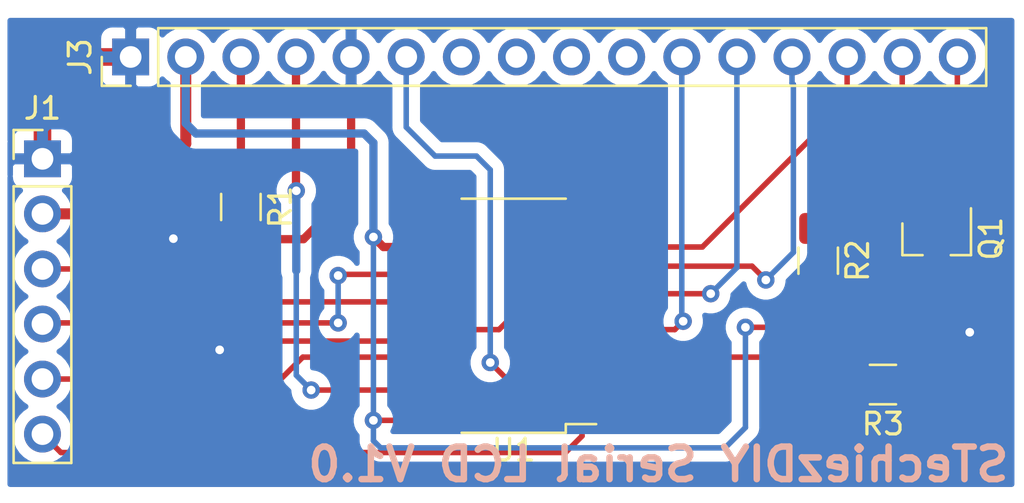
<source format=kicad_pcb>
(kicad_pcb (version 20171130) (host pcbnew "(5.1.6)-1")

  (general
    (thickness 1.6)
    (drawings 5)
    (tracks 134)
    (zones 0)
    (modules 7)
    (nets 23)
  )

  (page A4)
  (layers
    (0 F.Cu signal)
    (31 B.Cu signal)
    (32 B.Adhes user)
    (33 F.Adhes user)
    (34 B.Paste user hide)
    (35 F.Paste user hide)
    (36 B.SilkS user)
    (37 F.SilkS user)
    (38 B.Mask user hide)
    (39 F.Mask user hide)
    (40 Dwgs.User user)
    (41 Cmts.User user)
    (42 Eco1.User user)
    (43 Eco2.User user)
    (44 Edge.Cuts user)
    (45 Margin user hide)
    (46 B.CrtYd user)
    (47 F.CrtYd user)
    (48 B.Fab user)
    (49 F.Fab user)
  )

  (setup
    (last_trace_width 0.25)
    (user_trace_width 0.2)
    (user_trace_width 0.254)
    (user_trace_width 0.381)
    (user_trace_width 0.508)
    (user_trace_width 0.8128)
    (trace_clearance 0.2)
    (zone_clearance 0.508)
    (zone_45_only no)
    (trace_min 0.2)
    (via_size 0.8)
    (via_drill 0.4)
    (via_min_size 0.4)
    (via_min_drill 0.3)
    (uvia_size 0.3)
    (uvia_drill 0.1)
    (uvias_allowed no)
    (uvia_min_size 0.2)
    (uvia_min_drill 0.1)
    (edge_width 0.15)
    (segment_width 0.2)
    (pcb_text_width 0.3)
    (pcb_text_size 1.5 1.5)
    (mod_edge_width 0.15)
    (mod_text_size 1 1)
    (mod_text_width 0.15)
    (pad_size 1.524 1.524)
    (pad_drill 0.762)
    (pad_to_mask_clearance 0.2)
    (aux_axis_origin 0 0)
    (visible_elements 7FFFFFFF)
    (pcbplotparams
      (layerselection 0x01df0_ffffffff)
      (usegerberextensions false)
      (usegerberattributes false)
      (usegerberadvancedattributes false)
      (creategerberjobfile false)
      (excludeedgelayer true)
      (linewidth 0.100000)
      (plotframeref false)
      (viasonmask false)
      (mode 1)
      (useauxorigin false)
      (hpglpennumber 1)
      (hpglpenspeed 20)
      (hpglpendiameter 15.000000)
      (psnegative false)
      (psa4output false)
      (plotreference true)
      (plotvalue true)
      (plotinvisibletext false)
      (padsonsilk false)
      (subtractmaskfromsilk false)
      (outputformat 1)
      (mirror false)
      (drillshape 0)
      (scaleselection 1)
      (outputdirectory "plots_new/"))
  )

  (net 0 "")
  (net 1 GND)
  (net 2 +5V)
  (net 3 "Net-(J1-Pad3)")
  (net 4 "Net-(J1-Pad4)")
  (net 5 "Net-(J1-Pad5)")
  (net 6 "Net-(J3-Pad3)")
  (net 7 "Net-(J3-Pad4)")
  (net 8 "Net-(J3-Pad6)")
  (net 9 "Net-(J3-Pad7)")
  (net 10 "Net-(J3-Pad8)")
  (net 11 "Net-(J3-Pad9)")
  (net 12 "Net-(J3-Pad10)")
  (net 13 "Net-(J3-Pad11)")
  (net 14 "Net-(J3-Pad12)")
  (net 15 "Net-(J3-Pad13)")
  (net 16 "Net-(J3-Pad14)")
  (net 17 "Net-(J3-Pad15)")
  (net 18 "Net-(J3-Pad16)")
  (net 19 "Net-(Q1-Pad2)")
  (net 20 "Net-(U1-Pad9)")
  (net 21 "Net-(J1-Pad6)")
  (net 22 "Net-(R3-Pad2)")

  (net_class Default "This is the default net class."
    (clearance 0.2)
    (trace_width 0.25)
    (via_dia 0.8)
    (via_drill 0.4)
    (uvia_dia 0.3)
    (uvia_drill 0.1)
    (add_net +5V)
    (add_net GND)
    (add_net "Net-(J1-Pad3)")
    (add_net "Net-(J1-Pad4)")
    (add_net "Net-(J1-Pad5)")
    (add_net "Net-(J1-Pad6)")
    (add_net "Net-(J3-Pad10)")
    (add_net "Net-(J3-Pad11)")
    (add_net "Net-(J3-Pad12)")
    (add_net "Net-(J3-Pad13)")
    (add_net "Net-(J3-Pad14)")
    (add_net "Net-(J3-Pad15)")
    (add_net "Net-(J3-Pad16)")
    (add_net "Net-(J3-Pad3)")
    (add_net "Net-(J3-Pad4)")
    (add_net "Net-(J3-Pad6)")
    (add_net "Net-(J3-Pad7)")
    (add_net "Net-(J3-Pad8)")
    (add_net "Net-(J3-Pad9)")
    (add_net "Net-(Q1-Pad2)")
    (add_net "Net-(R3-Pad2)")
    (add_net "Net-(U1-Pad9)")
  )

  (module Connector_PinHeader_2.54mm:PinHeader_1x06_P2.54mm_Vertical (layer F.Cu) (tedit 59FED5CC) (tstamp 5D7F880E)
    (at 129.8575 38.227)
    (descr "Through hole straight pin header, 1x06, 2.54mm pitch, single row")
    (tags "Through hole pin header THT 1x06 2.54mm single row")
    (path /5D6B7D0D)
    (fp_text reference J1 (at 0 -2.33) (layer F.SilkS)
      (effects (font (size 1 1) (thickness 0.15)))
    )
    (fp_text value Conn_01x06 (at 2.2225 6.477 90) (layer F.Fab)
      (effects (font (size 1 1) (thickness 0.15)))
    )
    (fp_line (start -0.635 -1.27) (end 1.27 -1.27) (layer F.Fab) (width 0.1))
    (fp_line (start 1.27 -1.27) (end 1.27 13.97) (layer F.Fab) (width 0.1))
    (fp_line (start 1.27 13.97) (end -1.27 13.97) (layer F.Fab) (width 0.1))
    (fp_line (start -1.27 13.97) (end -1.27 -0.635) (layer F.Fab) (width 0.1))
    (fp_line (start -1.27 -0.635) (end -0.635 -1.27) (layer F.Fab) (width 0.1))
    (fp_line (start -1.33 14.03) (end 1.33 14.03) (layer F.SilkS) (width 0.12))
    (fp_line (start -1.33 1.27) (end -1.33 14.03) (layer F.SilkS) (width 0.12))
    (fp_line (start 1.33 1.27) (end 1.33 14.03) (layer F.SilkS) (width 0.12))
    (fp_line (start -1.33 1.27) (end 1.33 1.27) (layer F.SilkS) (width 0.12))
    (fp_line (start -1.33 0) (end -1.33 -1.33) (layer F.SilkS) (width 0.12))
    (fp_line (start -1.33 -1.33) (end 0 -1.33) (layer F.SilkS) (width 0.12))
    (fp_line (start -1.8 -1.8) (end -1.8 14.5) (layer F.CrtYd) (width 0.05))
    (fp_line (start -1.8 14.5) (end 1.8 14.5) (layer F.CrtYd) (width 0.05))
    (fp_line (start 1.8 14.5) (end 1.8 -1.8) (layer F.CrtYd) (width 0.05))
    (fp_line (start 1.8 -1.8) (end -1.8 -1.8) (layer F.CrtYd) (width 0.05))
    (fp_text user %R (at 0 6.35 90) (layer F.Fab)
      (effects (font (size 1 1) (thickness 0.15)))
    )
    (pad 1 thru_hole rect (at 0 0) (size 1.7 1.7) (drill 1) (layers *.Cu *.Mask)
      (net 1 GND))
    (pad 2 thru_hole oval (at 0 2.54) (size 1.7 1.7) (drill 1) (layers *.Cu *.Mask)
      (net 2 +5V))
    (pad 3 thru_hole oval (at 0 5.08) (size 1.7 1.7) (drill 1) (layers *.Cu *.Mask)
      (net 3 "Net-(J1-Pad3)"))
    (pad 4 thru_hole oval (at 0 7.62) (size 1.7 1.7) (drill 1) (layers *.Cu *.Mask)
      (net 4 "Net-(J1-Pad4)"))
    (pad 5 thru_hole oval (at 0 10.16) (size 1.7 1.7) (drill 1) (layers *.Cu *.Mask)
      (net 5 "Net-(J1-Pad5)"))
    (pad 6 thru_hole oval (at 0 12.7) (size 1.7 1.7) (drill 1) (layers *.Cu *.Mask)
      (net 21 "Net-(J1-Pad6)"))
    (model ${KISYS3DMOD}/Connector_PinHeader_2.54mm.3dshapes/PinHeader_1x06_P2.54mm_Vertical.wrl
      (at (xyz 0 0 0))
      (scale (xyz 1 1 1))
      (rotate (xyz 0 0 0))
    )
  )

  (module Connector_PinHeader_2.54mm:PinHeader_1x16_P2.54mm_Vertical (layer F.Cu) (tedit 59FED5CC) (tstamp 5D7F8832)
    (at 133.9215 33.528 90)
    (descr "Through hole straight pin header, 1x16, 2.54mm pitch, single row")
    (tags "Through hole pin header THT 1x16 2.54mm single row")
    (path /5D3737EF)
    (fp_text reference J3 (at 0 -2.33 90) (layer F.SilkS)
      (effects (font (size 1 1) (thickness 0.15)))
    )
    (fp_text value Conn_01x16 (at -2.032 18.4785 180) (layer F.Fab)
      (effects (font (size 1 1) (thickness 0.15)))
    )
    (fp_line (start -0.635 -1.27) (end 1.27 -1.27) (layer F.Fab) (width 0.1))
    (fp_line (start 1.27 -1.27) (end 1.27 39.37) (layer F.Fab) (width 0.1))
    (fp_line (start 1.27 39.37) (end -1.27 39.37) (layer F.Fab) (width 0.1))
    (fp_line (start -1.27 39.37) (end -1.27 -0.635) (layer F.Fab) (width 0.1))
    (fp_line (start -1.27 -0.635) (end -0.635 -1.27) (layer F.Fab) (width 0.1))
    (fp_line (start -1.33 39.43) (end 1.33 39.43) (layer F.SilkS) (width 0.12))
    (fp_line (start -1.33 1.27) (end -1.33 39.43) (layer F.SilkS) (width 0.12))
    (fp_line (start 1.33 1.27) (end 1.33 39.43) (layer F.SilkS) (width 0.12))
    (fp_line (start -1.33 1.27) (end 1.33 1.27) (layer F.SilkS) (width 0.12))
    (fp_line (start -1.33 0) (end -1.33 -1.33) (layer F.SilkS) (width 0.12))
    (fp_line (start -1.33 -1.33) (end 0 -1.33) (layer F.SilkS) (width 0.12))
    (fp_line (start -1.8 -1.8) (end -1.8 39.9) (layer F.CrtYd) (width 0.05))
    (fp_line (start -1.8 39.9) (end 1.8 39.9) (layer F.CrtYd) (width 0.05))
    (fp_line (start 1.8 39.9) (end 1.8 -1.8) (layer F.CrtYd) (width 0.05))
    (fp_line (start 1.8 -1.8) (end -1.8 -1.8) (layer F.CrtYd) (width 0.05))
    (fp_text user %R (at 0 19.05 180) (layer F.Fab)
      (effects (font (size 1 1) (thickness 0.15)))
    )
    (pad 1 thru_hole rect (at 0 0 90) (size 1.7 1.7) (drill 1) (layers *.Cu *.Mask)
      (net 1 GND))
    (pad 2 thru_hole oval (at 0 2.54 90) (size 1.7 1.7) (drill 1) (layers *.Cu *.Mask)
      (net 2 +5V))
    (pad 3 thru_hole oval (at 0 5.08 90) (size 1.7 1.7) (drill 1) (layers *.Cu *.Mask)
      (net 6 "Net-(J3-Pad3)"))
    (pad 4 thru_hole oval (at 0 7.62 90) (size 1.7 1.7) (drill 1) (layers *.Cu *.Mask)
      (net 7 "Net-(J3-Pad4)"))
    (pad 5 thru_hole oval (at 0 10.16 90) (size 1.7 1.7) (drill 1) (layers *.Cu *.Mask)
      (net 1 GND))
    (pad 6 thru_hole oval (at 0 12.7 90) (size 1.7 1.7) (drill 1) (layers *.Cu *.Mask)
      (net 8 "Net-(J3-Pad6)"))
    (pad 7 thru_hole oval (at 0 15.24 90) (size 1.7 1.7) (drill 1) (layers *.Cu *.Mask)
      (net 9 "Net-(J3-Pad7)"))
    (pad 8 thru_hole oval (at 0 17.78 90) (size 1.7 1.7) (drill 1) (layers *.Cu *.Mask)
      (net 10 "Net-(J3-Pad8)"))
    (pad 9 thru_hole oval (at 0 20.32 90) (size 1.7 1.7) (drill 1) (layers *.Cu *.Mask)
      (net 11 "Net-(J3-Pad9)"))
    (pad 10 thru_hole oval (at 0 22.86 90) (size 1.7 1.7) (drill 1) (layers *.Cu *.Mask)
      (net 12 "Net-(J3-Pad10)"))
    (pad 11 thru_hole oval (at 0 25.4 90) (size 1.7 1.7) (drill 1) (layers *.Cu *.Mask)
      (net 13 "Net-(J3-Pad11)"))
    (pad 12 thru_hole oval (at 0 27.94 90) (size 1.7 1.7) (drill 1) (layers *.Cu *.Mask)
      (net 14 "Net-(J3-Pad12)"))
    (pad 13 thru_hole oval (at 0 30.48 90) (size 1.7 1.7) (drill 1) (layers *.Cu *.Mask)
      (net 15 "Net-(J3-Pad13)"))
    (pad 14 thru_hole oval (at 0 33.02 90) (size 1.7 1.7) (drill 1) (layers *.Cu *.Mask)
      (net 16 "Net-(J3-Pad14)"))
    (pad 15 thru_hole oval (at 0 35.56 90) (size 1.7 1.7) (drill 1) (layers *.Cu *.Mask)
      (net 17 "Net-(J3-Pad15)"))
    (pad 16 thru_hole oval (at 0 38.1 90) (size 1.7 1.7) (drill 1) (layers *.Cu *.Mask)
      (net 18 "Net-(J3-Pad16)"))
    (model ${KISYS3DMOD}/Connector_PinHeader_2.54mm.3dshapes/PinHeader_1x16_P2.54mm_Vertical.wrl
      (at (xyz 0 0 0))
      (scale (xyz 1 1 1))
      (rotate (xyz 0 0 0))
    )
  )

  (module Package_TO_SOT_SMD:SOT-23 (layer F.Cu) (tedit 5A02FF57) (tstamp 5D7F8847)
    (at 171.069 41.91 270)
    (descr "SOT-23, Standard")
    (tags SOT-23)
    (path /5D374255)
    (attr smd)
    (fp_text reference Q1 (at 0 -2.5 270) (layer F.SilkS)
      (effects (font (size 1 1) (thickness 0.15)))
    )
    (fp_text value BC547 (at 0 2.5 270) (layer F.Fab)
      (effects (font (size 1 1) (thickness 0.15)))
    )
    (fp_line (start -0.7 -0.95) (end -0.7 1.5) (layer F.Fab) (width 0.1))
    (fp_line (start -0.15 -1.52) (end 0.7 -1.52) (layer F.Fab) (width 0.1))
    (fp_line (start -0.7 -0.95) (end -0.15 -1.52) (layer F.Fab) (width 0.1))
    (fp_line (start 0.7 -1.52) (end 0.7 1.52) (layer F.Fab) (width 0.1))
    (fp_line (start -0.7 1.52) (end 0.7 1.52) (layer F.Fab) (width 0.1))
    (fp_line (start 0.76 1.58) (end 0.76 0.65) (layer F.SilkS) (width 0.12))
    (fp_line (start 0.76 -1.58) (end 0.76 -0.65) (layer F.SilkS) (width 0.12))
    (fp_line (start -1.7 -1.75) (end 1.7 -1.75) (layer F.CrtYd) (width 0.05))
    (fp_line (start 1.7 -1.75) (end 1.7 1.75) (layer F.CrtYd) (width 0.05))
    (fp_line (start 1.7 1.75) (end -1.7 1.75) (layer F.CrtYd) (width 0.05))
    (fp_line (start -1.7 1.75) (end -1.7 -1.75) (layer F.CrtYd) (width 0.05))
    (fp_line (start 0.76 -1.58) (end -1.4 -1.58) (layer F.SilkS) (width 0.12))
    (fp_line (start 0.76 1.58) (end -0.7 1.58) (layer F.SilkS) (width 0.12))
    (fp_text user %R (at 0 0) (layer F.Fab)
      (effects (font (size 0.5 0.5) (thickness 0.075)))
    )
    (pad 1 smd rect (at -1 -0.95 270) (size 0.9 0.8) (layers F.Cu F.Paste F.Mask)
      (net 18 "Net-(J3-Pad16)"))
    (pad 2 smd rect (at -1 0.95 270) (size 0.9 0.8) (layers F.Cu F.Paste F.Mask)
      (net 19 "Net-(Q1-Pad2)"))
    (pad 3 smd rect (at 1 0 270) (size 0.9 0.8) (layers F.Cu F.Paste F.Mask)
      (net 1 GND))
    (model ${KISYS3DMOD}/Package_TO_SOT_SMD.3dshapes/SOT-23.wrl
      (at (xyz 0 0 0))
      (scale (xyz 1 1 1))
      (rotate (xyz 0 0 0))
    )
  )

  (module Resistor_SMD:R_1206_3216Metric_Pad1.42x1.75mm_HandSolder (layer F.Cu) (tedit 5B301BBD) (tstamp 5D7F8858)
    (at 139.0015 40.4495 270)
    (descr "Resistor SMD 1206 (3216 Metric), square (rectangular) end terminal, IPC_7351 nominal with elongated pad for handsoldering. (Body size source: http://www.tortai-tech.com/upload/download/2011102023233369053.pdf), generated with kicad-footprint-generator")
    (tags "resistor handsolder")
    (path /5D37415A)
    (attr smd)
    (fp_text reference R1 (at 0 -1.82 270) (layer F.SilkS)
      (effects (font (size 1 1) (thickness 0.15)))
    )
    (fp_text value R (at 0 1.82 270) (layer F.Fab)
      (effects (font (size 1 1) (thickness 0.15)))
    )
    (fp_line (start -1.6 0.8) (end -1.6 -0.8) (layer F.Fab) (width 0.1))
    (fp_line (start -1.6 -0.8) (end 1.6 -0.8) (layer F.Fab) (width 0.1))
    (fp_line (start 1.6 -0.8) (end 1.6 0.8) (layer F.Fab) (width 0.1))
    (fp_line (start 1.6 0.8) (end -1.6 0.8) (layer F.Fab) (width 0.1))
    (fp_line (start -0.602064 -0.91) (end 0.602064 -0.91) (layer F.SilkS) (width 0.12))
    (fp_line (start -0.602064 0.91) (end 0.602064 0.91) (layer F.SilkS) (width 0.12))
    (fp_line (start -2.45 1.12) (end -2.45 -1.12) (layer F.CrtYd) (width 0.05))
    (fp_line (start -2.45 -1.12) (end 2.45 -1.12) (layer F.CrtYd) (width 0.05))
    (fp_line (start 2.45 -1.12) (end 2.45 1.12) (layer F.CrtYd) (width 0.05))
    (fp_line (start 2.45 1.12) (end -2.45 1.12) (layer F.CrtYd) (width 0.05))
    (fp_text user %R (at 0 0 270) (layer F.Fab)
      (effects (font (size 0.8 0.8) (thickness 0.12)))
    )
    (pad 1 smd roundrect (at -1.4875 0 270) (size 1.425 1.75) (layers F.Cu F.Paste F.Mask) (roundrect_rratio 0.175439)
      (net 6 "Net-(J3-Pad3)"))
    (pad 2 smd roundrect (at 1.4875 0 270) (size 1.425 1.75) (layers F.Cu F.Paste F.Mask) (roundrect_rratio 0.175439)
      (net 1 GND))
    (model ${KISYS3DMOD}/Resistor_SMD.3dshapes/R_1206_3216Metric.wrl
      (at (xyz 0 0 0))
      (scale (xyz 1 1 1))
      (rotate (xyz 0 0 0))
    )
  )

  (module Resistor_SMD:R_1206_3216Metric_Pad1.42x1.75mm_HandSolder (layer F.Cu) (tedit 5B301BBD) (tstamp 5D7F8869)
    (at 165.608 42.926 270)
    (descr "Resistor SMD 1206 (3216 Metric), square (rectangular) end terminal, IPC_7351 nominal with elongated pad for handsoldering. (Body size source: http://www.tortai-tech.com/upload/download/2011102023233369053.pdf), generated with kicad-footprint-generator")
    (tags "resistor handsolder")
    (path /5D3741E0)
    (attr smd)
    (fp_text reference R2 (at 0 -1.82 270) (layer F.SilkS)
      (effects (font (size 1 1) (thickness 0.15)))
    )
    (fp_text value R (at 0 1.82 270) (layer F.Fab)
      (effects (font (size 1 1) (thickness 0.15)))
    )
    (fp_line (start 2.45 1.12) (end -2.45 1.12) (layer F.CrtYd) (width 0.05))
    (fp_line (start 2.45 -1.12) (end 2.45 1.12) (layer F.CrtYd) (width 0.05))
    (fp_line (start -2.45 -1.12) (end 2.45 -1.12) (layer F.CrtYd) (width 0.05))
    (fp_line (start -2.45 1.12) (end -2.45 -1.12) (layer F.CrtYd) (width 0.05))
    (fp_line (start -0.602064 0.91) (end 0.602064 0.91) (layer F.SilkS) (width 0.12))
    (fp_line (start -0.602064 -0.91) (end 0.602064 -0.91) (layer F.SilkS) (width 0.12))
    (fp_line (start 1.6 0.8) (end -1.6 0.8) (layer F.Fab) (width 0.1))
    (fp_line (start 1.6 -0.8) (end 1.6 0.8) (layer F.Fab) (width 0.1))
    (fp_line (start -1.6 -0.8) (end 1.6 -0.8) (layer F.Fab) (width 0.1))
    (fp_line (start -1.6 0.8) (end -1.6 -0.8) (layer F.Fab) (width 0.1))
    (fp_text user %R (at 0 0 270) (layer F.Fab)
      (effects (font (size 0.8 0.8) (thickness 0.12)))
    )
    (pad 2 smd roundrect (at 1.4875 0 270) (size 1.425 1.75) (layers F.Cu F.Paste F.Mask) (roundrect_rratio 0.175439)
      (net 2 +5V))
    (pad 1 smd roundrect (at -1.4875 0 270) (size 1.425 1.75) (layers F.Cu F.Paste F.Mask) (roundrect_rratio 0.175439)
      (net 17 "Net-(J3-Pad15)"))
    (model ${KISYS3DMOD}/Resistor_SMD.3dshapes/R_1206_3216Metric.wrl
      (at (xyz 0 0 0))
      (scale (xyz 1 1 1))
      (rotate (xyz 0 0 0))
    )
  )

  (module Resistor_SMD:R_1206_3216Metric_Pad1.42x1.75mm_HandSolder (layer F.Cu) (tedit 5B301BBD) (tstamp 5D7F887A)
    (at 168.5925 48.641 180)
    (descr "Resistor SMD 1206 (3216 Metric), square (rectangular) end terminal, IPC_7351 nominal with elongated pad for handsoldering. (Body size source: http://www.tortai-tech.com/upload/download/2011102023233369053.pdf), generated with kicad-footprint-generator")
    (tags "resistor handsolder")
    (path /5D6B8D79)
    (attr smd)
    (fp_text reference R3 (at 0 -1.82 180) (layer F.SilkS)
      (effects (font (size 1 1) (thickness 0.15)))
    )
    (fp_text value R (at 0 1.82 180) (layer F.Fab)
      (effects (font (size 1 1) (thickness 0.15)))
    )
    (fp_line (start -1.6 0.8) (end -1.6 -0.8) (layer F.Fab) (width 0.1))
    (fp_line (start -1.6 -0.8) (end 1.6 -0.8) (layer F.Fab) (width 0.1))
    (fp_line (start 1.6 -0.8) (end 1.6 0.8) (layer F.Fab) (width 0.1))
    (fp_line (start 1.6 0.8) (end -1.6 0.8) (layer F.Fab) (width 0.1))
    (fp_line (start -0.602064 -0.91) (end 0.602064 -0.91) (layer F.SilkS) (width 0.12))
    (fp_line (start -0.602064 0.91) (end 0.602064 0.91) (layer F.SilkS) (width 0.12))
    (fp_line (start -2.45 1.12) (end -2.45 -1.12) (layer F.CrtYd) (width 0.05))
    (fp_line (start -2.45 -1.12) (end 2.45 -1.12) (layer F.CrtYd) (width 0.05))
    (fp_line (start 2.45 -1.12) (end 2.45 1.12) (layer F.CrtYd) (width 0.05))
    (fp_line (start 2.45 1.12) (end -2.45 1.12) (layer F.CrtYd) (width 0.05))
    (fp_text user %R (at 0 0 180) (layer F.Fab)
      (effects (font (size 0.8 0.8) (thickness 0.12)))
    )
    (pad 1 smd roundrect (at -1.4875 0 180) (size 1.425 1.75) (layers F.Cu F.Paste F.Mask) (roundrect_rratio 0.175439)
      (net 19 "Net-(Q1-Pad2)"))
    (pad 2 smd roundrect (at 1.4875 0 180) (size 1.425 1.75) (layers F.Cu F.Paste F.Mask) (roundrect_rratio 0.175439)
      (net 22 "Net-(R3-Pad2)"))
    (model ${KISYS3DMOD}/Resistor_SMD.3dshapes/R_1206_3216Metric.wrl
      (at (xyz 0 0 0))
      (scale (xyz 1 1 1))
      (rotate (xyz 0 0 0))
    )
  )

  (module Package_SO:SOP-16_4.4x10.4mm_P1.27mm (layer F.Cu) (tedit 5A02F25C) (tstamp 5D7F889C)
    (at 151.5745 45.466 180)
    (descr "16-Lead Plastic Small Outline http://www.vishay.com/docs/49633/sg2098.pdf")
    (tags "SOP 1.27")
    (path /5D373735)
    (attr smd)
    (fp_text reference U1 (at 0 -6.2 180) (layer F.SilkS)
      (effects (font (size 1 1) (thickness 0.15)))
    )
    (fp_text value 74HC595 (at 0 6.1 180) (layer F.Fab)
      (effects (font (size 1 1) (thickness 0.15)))
    )
    (fp_line (start -2.2 -4.6) (end -1.6 -5.2) (layer F.Fab) (width 0.1))
    (fp_line (start -2.4 -5.4) (end -2.4 -5) (layer F.SilkS) (width 0.12))
    (fp_line (start -2.4 -5) (end -3.8 -5) (layer F.SilkS) (width 0.12))
    (fp_line (start -1.6 -5.2) (end 2.2 -5.2) (layer F.Fab) (width 0.1))
    (fp_line (start 2.2 -5.2) (end 2.2 5.2) (layer F.Fab) (width 0.1))
    (fp_line (start 2.2 5.2) (end -2.2 5.2) (layer F.Fab) (width 0.1))
    (fp_line (start -2.2 5.2) (end -2.2 -4.6) (layer F.Fab) (width 0.1))
    (fp_line (start -2.4 -5.4) (end 2.4 -5.4) (layer F.SilkS) (width 0.12))
    (fp_line (start -2.4 5.4) (end 2.4 5.4) (layer F.SilkS) (width 0.12))
    (fp_line (start -4.05 -5.45) (end 4.05 -5.45) (layer F.CrtYd) (width 0.05))
    (fp_line (start -4.05 -5.45) (end -4.05 5.45) (layer F.CrtYd) (width 0.05))
    (fp_line (start 4.05 5.45) (end 4.05 -5.45) (layer F.CrtYd) (width 0.05))
    (fp_line (start 4.05 5.45) (end -4.05 5.45) (layer F.CrtYd) (width 0.05))
    (fp_text user %R (at 0 0 180) (layer F.Fab)
      (effects (font (size 0.8 0.8) (thickness 0.15)))
    )
    (pad 1 smd rect (at -3.15 -4.45 180) (size 1.3 0.8) (layers F.Cu F.Paste F.Mask)
      (net 21 "Net-(J1-Pad6)"))
    (pad 2 smd rect (at -3.15 -3.17 180) (size 1.3 0.8) (layers F.Cu F.Paste F.Mask)
      (net 8 "Net-(J3-Pad6)"))
    (pad 3 smd rect (at -3.15 -1.91 180) (size 1.3 0.8) (layers F.Cu F.Paste F.Mask)
      (net 22 "Net-(R3-Pad2)"))
    (pad 4 smd rect (at -3.15 -0.64 180) (size 1.3 0.8) (layers F.Cu F.Paste F.Mask)
      (net 13 "Net-(J3-Pad11)"))
    (pad 5 smd rect (at -3.15 0.64 180) (size 1.3 0.8) (layers F.Cu F.Paste F.Mask)
      (net 14 "Net-(J3-Pad12)"))
    (pad 6 smd rect (at -3.15 1.91 180) (size 1.3 0.8) (layers F.Cu F.Paste F.Mask)
      (net 15 "Net-(J3-Pad13)"))
    (pad 7 smd rect (at -3.15 3.17 180) (size 1.3 0.8) (layers F.Cu F.Paste F.Mask)
      (net 16 "Net-(J3-Pad14)"))
    (pad 8 smd rect (at -3.15 4.45 180) (size 1.3 0.8) (layers F.Cu F.Paste F.Mask)
      (net 1 GND))
    (pad 9 smd rect (at 3.15 4.45 180) (size 1.3 0.8) (layers F.Cu F.Paste F.Mask)
      (net 20 "Net-(U1-Pad9)"))
    (pad 10 smd rect (at 3.15 3.17 180) (size 1.3 0.8) (layers F.Cu F.Paste F.Mask)
      (net 2 +5V))
    (pad 11 smd rect (at 3.15 1.91 180) (size 1.3 0.8) (layers F.Cu F.Paste F.Mask)
      (net 4 "Net-(J1-Pad4)"))
    (pad 12 smd rect (at 3.15 0.64 180) (size 1.3 0.8) (layers F.Cu F.Paste F.Mask)
      (net 3 "Net-(J1-Pad3)"))
    (pad 13 smd rect (at 3.15 -0.64 180) (size 1.3 0.8) (layers F.Cu F.Paste F.Mask)
      (net 1 GND))
    (pad 14 smd rect (at 3.15 -1.91 180) (size 1.3 0.8) (layers F.Cu F.Paste F.Mask)
      (net 5 "Net-(J1-Pad5)"))
    (pad 15 smd rect (at 3.15 -3.17 180) (size 1.3 0.8) (layers F.Cu F.Paste F.Mask)
      (net 7 "Net-(J3-Pad4)"))
    (pad 16 smd rect (at 3.15 -4.45 180) (size 1.3 0.8) (layers F.Cu F.Paste F.Mask)
      (net 2 +5V))
    (model ${KISYS3DMOD}/Package_SO.3dshapes/SOP-16_4.4x10.4mm_P1.27mm.wrl
      (at (xyz 0 0 0))
      (scale (xyz 1 1 1))
      (rotate (xyz 0 0 0))
    )
  )

  (gr_text "STechiezDIY Serial LCD V1.0" (at 158.242 52.324) (layer B.SilkS)
    (effects (font (size 1.5 1.5) (thickness 0.3)) (justify mirror))
  )
  (gr_line (start 128 54.025) (end 128 31) (layer Dwgs.User) (width 0.2))
  (gr_line (start 175 54) (end 128 54.025) (layer Dwgs.User) (width 0.2))
  (gr_line (start 175 31) (end 175 54) (layer Dwgs.User) (width 0.2))
  (gr_line (start 128 31) (end 175 31) (layer Dwgs.User) (width 0.2))

  (segment (start 129.8575 38.227) (end 129.8575 34.6075) (width 0.8128) (layer F.Cu) (net 1))
  (segment (start 130.937 33.528) (end 133.9215 33.528) (width 0.8128) (layer F.Cu) (net 1))
  (segment (start 129.8575 34.6075) (end 130.937 33.528) (width 0.8128) (layer F.Cu) (net 1))
  (via (at 135.89 41.91) (size 0.8) (drill 0.4) (layers F.Cu B.Cu) (net 1))
  (segment (start 139.0015 41.937) (end 135.917 41.937) (width 0.381) (layer F.Cu) (net 1))
  (segment (start 135.917 41.937) (end 135.89 41.91) (width 0.381) (layer F.Cu) (net 1))
  (segment (start 133.9215 39.9415) (end 133.9215 33.528) (width 0.381) (layer B.Cu) (net 1))
  (segment (start 135.89 41.91) (end 133.9215 39.9415) (width 0.381) (layer B.Cu) (net 1))
  (segment (start 139.9765 41.937) (end 139.9781 41.9354) (width 0.381) (layer F.Cu) (net 1))
  (segment (start 139.0015 41.937) (end 139.9765 41.937) (width 0.381) (layer F.Cu) (net 1))
  (segment (start 139.9781 41.9354) (end 141.8844 41.9354) (width 0.381) (layer F.Cu) (net 1))
  (segment (start 144.0815 39.7383) (end 144.0815 33.528) (width 0.381) (layer F.Cu) (net 1))
  (segment (start 141.8844 41.9354) (end 144.0815 39.7383) (width 0.381) (layer F.Cu) (net 1))
  (segment (start 148.4245 46.106) (end 150.8964 46.106) (width 0.254) (layer F.Cu) (net 1))
  (segment (start 150.8964 46.106) (end 152.2476 44.7548) (width 0.254) (layer F.Cu) (net 1))
  (segment (start 152.2476 44.7548) (end 152.2476 41.9862) (width 0.254) (layer F.Cu) (net 1))
  (segment (start 153.2178 41.016) (end 154.7245 41.016) (width 0.254) (layer F.Cu) (net 1))
  (segment (start 152.2476 41.9862) (end 153.2178 41.016) (width 0.254) (layer F.Cu) (net 1))
  (segment (start 147.5205 46.106) (end 146.9921 46.6344) (width 0.254) (layer F.Cu) (net 1))
  (segment (start 148.4245 46.106) (end 147.5205 46.106) (width 0.254) (layer F.Cu) (net 1))
  (via (at 138.0236 47.0408) (size 0.8) (drill 0.4) (layers F.Cu B.Cu) (net 1))
  (segment (start 146.9921 46.6344) (end 138.43 46.6344) (width 0.254) (layer F.Cu) (net 1))
  (segment (start 138.43 46.6344) (end 138.0236 47.0408) (width 0.254) (layer F.Cu) (net 1))
  (segment (start 135.89 44.9072) (end 135.89 41.91) (width 0.254) (layer B.Cu) (net 1))
  (segment (start 138.0236 47.0408) (end 135.89 44.9072) (width 0.254) (layer B.Cu) (net 1))
  (segment (start 138.0236 47.606485) (end 138.049 47.631885) (width 0.254) (layer B.Cu) (net 1))
  (segment (start 138.0236 47.0408) (end 138.0236 47.606485) (width 0.254) (layer B.Cu) (net 1))
  (segment (start 138.049 47.631885) (end 138.049 51.9938) (width 0.254) (layer B.Cu) (net 1))
  (segment (start 138.049 51.9938) (end 138.7094 52.6542) (width 0.254) (layer B.Cu) (net 1))
  (segment (start 138.7094 52.6542) (end 170.7896 52.6542) (width 0.254) (layer B.Cu) (net 1))
  (via (at 172.593 46.228) (size 0.8) (drill 0.4) (layers F.Cu B.Cu) (net 1))
  (segment (start 170.7896 52.6542) (end 172.593 50.8508) (width 0.254) (layer B.Cu) (net 1))
  (segment (start 172.593 50.8508) (end 172.593 46.228) (width 0.254) (layer B.Cu) (net 1))
  (segment (start 171.069 44.704) (end 171.069 42.91) (width 0.254) (layer F.Cu) (net 1))
  (segment (start 172.593 46.228) (end 171.069 44.704) (width 0.254) (layer F.Cu) (net 1))
  (segment (start 129.8575 40.767) (end 133.223 40.767) (width 0.508) (layer F.Cu) (net 2))
  (segment (start 136.4615 37.5285) (end 136.4615 33.528) (width 0.508) (layer F.Cu) (net 2))
  (segment (start 133.223 40.767) (end 136.4615 37.5285) (width 0.508) (layer F.Cu) (net 2))
  (segment (start 136.4615 33.528) (end 136.4615 36.5887) (width 0.381) (layer B.Cu) (net 2))
  (segment (start 136.4615 36.5887) (end 136.9314 37.0586) (width 0.381) (layer B.Cu) (net 2))
  (segment (start 136.9314 37.0586) (end 144.6784 37.0586) (width 0.381) (layer B.Cu) (net 2))
  (via (at 145.1102 41.8338) (size 0.8) (drill 0.4) (layers F.Cu B.Cu) (net 2))
  (segment (start 144.6784 37.0586) (end 145.1102 37.4904) (width 0.381) (layer B.Cu) (net 2))
  (segment (start 145.1102 37.4904) (end 145.1102 41.8338) (width 0.381) (layer B.Cu) (net 2))
  (segment (start 145.5724 42.296) (end 148.4245 42.296) (width 0.381) (layer F.Cu) (net 2))
  (segment (start 145.1102 41.8338) (end 145.5724 42.296) (width 0.381) (layer F.Cu) (net 2))
  (via (at 145.1102 50.292) (size 0.8) (drill 0.4) (layers F.Cu B.Cu) (net 2))
  (segment (start 145.1102 41.8338) (end 145.1102 50.292) (width 0.254) (layer B.Cu) (net 2))
  (segment (start 148.0485 50.292) (end 148.4245 49.916) (width 0.254) (layer F.Cu) (net 2))
  (segment (start 145.1102 50.292) (end 148.0485 50.292) (width 0.254) (layer F.Cu) (net 2))
  (segment (start 165.608 44.4135) (end 165.608 45.6692) (width 0.254) (layer F.Cu) (net 2))
  (via (at 162.2552 45.9994) (size 0.8) (drill 0.4) (layers F.Cu B.Cu) (net 2))
  (segment (start 165.608 45.6692) (end 165.2778 45.9994) (width 0.254) (layer F.Cu) (net 2))
  (segment (start 165.2778 45.9994) (end 162.2552 45.9994) (width 0.254) (layer F.Cu) (net 2))
  (segment (start 162.2552 45.9994) (end 162.2552 50.6222) (width 0.254) (layer B.Cu) (net 2))
  (segment (start 162.2552 50.6222) (end 161.3154 51.562) (width 0.254) (layer B.Cu) (net 2))
  (segment (start 161.3154 51.562) (end 145.4404 51.562) (width 0.254) (layer B.Cu) (net 2))
  (segment (start 145.1102 51.2318) (end 145.1102 50.292) (width 0.254) (layer B.Cu) (net 2))
  (segment (start 145.4404 51.562) (end 145.1102 51.2318) (width 0.254) (layer B.Cu) (net 2))
  (segment (start 129.8575 43.307) (end 133.6548 43.307) (width 0.254) (layer F.Cu) (net 3))
  (segment (start 135.8088 44.826) (end 148.4245 44.826) (width 0.254) (layer F.Cu) (net 3))
  (segment (start 133.6548 43.307) (end 134.2898 43.307) (width 0.254) (layer F.Cu) (net 3))
  (segment (start 134.2898 43.307) (end 135.8088 44.826) (width 0.254) (layer F.Cu) (net 3))
  (via (at 143.4846 43.6118) (size 0.8) (drill 0.4) (layers F.Cu B.Cu) (net 4))
  (segment (start 148.4245 43.556) (end 143.5404 43.556) (width 0.254) (layer F.Cu) (net 4))
  (segment (start 143.5404 43.556) (end 143.4846 43.6118) (width 0.254) (layer F.Cu) (net 4))
  (via (at 143.4846 45.7962) (size 0.8) (drill 0.4) (layers F.Cu B.Cu) (net 4))
  (segment (start 143.4846 43.6118) (end 143.4846 45.7962) (width 0.254) (layer B.Cu) (net 4))
  (segment (start 129.9083 45.7962) (end 129.8575 45.847) (width 0.254) (layer F.Cu) (net 4))
  (segment (start 143.4846 45.7962) (end 129.9083 45.7962) (width 0.254) (layer F.Cu) (net 4))
  (segment (start 129.8575 48.387) (end 140.843 48.387) (width 0.254) (layer F.Cu) (net 5))
  (segment (start 141.854 47.376) (end 148.4245 47.376) (width 0.254) (layer F.Cu) (net 5))
  (segment (start 140.843 48.387) (end 141.854 47.376) (width 0.254) (layer F.Cu) (net 5))
  (segment (start 139.0015 33.528) (end 139.0015 38.962) (width 0.381) (layer F.Cu) (net 6))
  (via (at 142.24 48.895) (size 0.8) (drill 0.4) (layers F.Cu B.Cu) (net 7))
  (segment (start 141.605 48.26) (end 142.24 48.895) (width 0.254) (layer B.Cu) (net 7))
  (segment (start 142.24 48.895) (end 146.685 48.895) (width 0.254) (layer F.Cu) (net 7))
  (segment (start 146.944 48.636) (end 148.4245 48.636) (width 0.254) (layer F.Cu) (net 7))
  (segment (start 146.685 48.895) (end 146.944 48.636) (width 0.254) (layer F.Cu) (net 7))
  (via (at 141.5542 39.7002) (size 0.8) (drill 0.4) (layers F.Cu B.Cu) (net 7))
  (segment (start 141.5415 33.528) (end 141.5415 39.6875) (width 0.381) (layer F.Cu) (net 7))
  (segment (start 141.5415 39.6875) (end 141.5542 39.7002) (width 0.381) (layer F.Cu) (net 7))
  (segment (start 141.5542 39.7002) (end 141.5542 43.3832) (width 0.381) (layer B.Cu) (net 7))
  (segment (start 141.5542 48.2092) (end 142.24 48.895) (width 0.254) (layer B.Cu) (net 7))
  (segment (start 141.5542 43.3832) (end 141.5542 48.2092) (width 0.254) (layer B.Cu) (net 7))
  (segment (start 146.6215 33.528) (end 146.6215 36.7665) (width 0.254) (layer B.Cu) (net 8))
  (segment (start 146.6215 36.7665) (end 147.955 38.1) (width 0.254) (layer B.Cu) (net 8))
  (segment (start 147.955 38.1) (end 149.86 38.1) (width 0.254) (layer B.Cu) (net 8))
  (via (at 150.495 47.625) (size 0.8) (drill 0.4) (layers F.Cu B.Cu) (net 8))
  (segment (start 149.86 38.1) (end 150.495 38.735) (width 0.254) (layer B.Cu) (net 8))
  (segment (start 150.495 38.735) (end 150.495 47.625) (width 0.254) (layer B.Cu) (net 8))
  (segment (start 151.506 48.636) (end 154.7245 48.636) (width 0.254) (layer F.Cu) (net 8))
  (segment (start 150.495 47.625) (end 151.506 48.636) (width 0.254) (layer F.Cu) (net 8))
  (via (at 159.385 45.72) (size 0.8) (drill 0.4) (layers F.Cu B.Cu) (net 13))
  (segment (start 159.3215 33.528) (end 159.3215 45.6565) (width 0.254) (layer B.Cu) (net 13))
  (segment (start 159.3215 45.6565) (end 159.385 45.72) (width 0.254) (layer B.Cu) (net 13))
  (segment (start 158.999 46.106) (end 159.385 45.72) (width 0.254) (layer F.Cu) (net 13))
  (segment (start 154.7245 46.106) (end 158.999 46.106) (width 0.254) (layer F.Cu) (net 13))
  (segment (start 154.7245 44.826) (end 156.586 44.826) (width 0.254) (layer F.Cu) (net 14))
  (via (at 160.655 44.45) (size 0.8) (drill 0.4) (layers F.Cu B.Cu) (net 14))
  (segment (start 156.586 44.826) (end 156.962 44.45) (width 0.254) (layer F.Cu) (net 14))
  (segment (start 156.962 44.45) (end 160.655 44.45) (width 0.254) (layer F.Cu) (net 14))
  (segment (start 161.8615 43.2435) (end 161.8615 33.528) (width 0.254) (layer B.Cu) (net 14))
  (segment (start 160.655 44.45) (end 161.8615 43.2435) (width 0.254) (layer B.Cu) (net 14))
  (segment (start 164.4015 34.730081) (end 164.465 34.793581) (width 0.254) (layer B.Cu) (net 15))
  (segment (start 164.4015 33.528) (end 164.4015 34.730081) (width 0.254) (layer B.Cu) (net 15))
  (segment (start 164.465 34.793581) (end 164.465 42.545) (width 0.254) (layer B.Cu) (net 15))
  (via (at 163.195 43.815) (size 0.8) (drill 0.4) (layers F.Cu B.Cu) (net 15))
  (segment (start 164.465 42.545) (end 163.195 43.815) (width 0.254) (layer B.Cu) (net 15))
  (segment (start 163.195 43.815) (end 162.56 43.18) (width 0.254) (layer F.Cu) (net 15))
  (segment (start 162.56 43.18) (end 156.21 43.18) (width 0.254) (layer F.Cu) (net 15))
  (segment (start 155.834 43.556) (end 154.7245 43.556) (width 0.254) (layer F.Cu) (net 15))
  (segment (start 156.21 43.18) (end 155.834 43.556) (width 0.254) (layer F.Cu) (net 15))
  (segment (start 166.9415 35.6235) (end 166.9415 33.528) (width 0.254) (layer F.Cu) (net 16))
  (segment (start 154.7245 42.296) (end 160.269 42.296) (width 0.254) (layer F.Cu) (net 16))
  (segment (start 160.269 42.296) (end 166.9415 35.6235) (width 0.254) (layer F.Cu) (net 16))
  (segment (start 165.608 41.4385) (end 165.608 39.497) (width 0.254) (layer F.Cu) (net 17))
  (segment (start 165.608 39.497) (end 167.005 38.1) (width 0.254) (layer F.Cu) (net 17))
  (segment (start 167.005 38.1) (end 168.91 38.1) (width 0.254) (layer F.Cu) (net 17))
  (segment (start 169.4815 37.5285) (end 169.4815 33.528) (width 0.254) (layer F.Cu) (net 17))
  (segment (start 168.91 38.1) (end 169.4815 37.5285) (width 0.254) (layer F.Cu) (net 17))
  (segment (start 172.0215 40.9075) (end 172.019 40.91) (width 0.254) (layer F.Cu) (net 18))
  (segment (start 172.0215 33.528) (end 172.0215 40.9075) (width 0.254) (layer F.Cu) (net 18))
  (segment (start 170.119 40.91) (end 169.91 40.91) (width 0.254) (layer F.Cu) (net 19))
  (segment (start 169.91 40.91) (end 168.91 41.91) (width 0.254) (layer F.Cu) (net 19))
  (segment (start 168.91 41.91) (end 168.91 46.355) (width 0.254) (layer F.Cu) (net 19))
  (segment (start 170.08 47.525) (end 170.08 48.641) (width 0.254) (layer F.Cu) (net 19))
  (segment (start 168.91 46.355) (end 170.08 47.525) (width 0.254) (layer F.Cu) (net 19))
  (segment (start 130.707499 51.776999) (end 153.963001 51.776999) (width 0.254) (layer F.Cu) (net 21))
  (segment (start 129.8575 50.927) (end 130.707499 51.776999) (width 0.254) (layer F.Cu) (net 21))
  (segment (start 154.7245 51.0155) (end 154.7245 49.916) (width 0.254) (layer F.Cu) (net 21))
  (segment (start 153.963001 51.776999) (end 154.7245 51.0155) (width 0.254) (layer F.Cu) (net 21))
  (segment (start 165.84 47.376) (end 167.105 48.641) (width 0.254) (layer F.Cu) (net 22))
  (segment (start 154.7245 47.376) (end 165.84 47.376) (width 0.254) (layer F.Cu) (net 22))

  (zone (net 1) (net_name GND) (layer B.Cu) (tstamp 5F864536) (hatch edge 0.508)
    (connect_pads (clearance 0.508))
    (min_thickness 0.254)
    (fill yes (arc_segments 32) (thermal_gap 0.508) (thermal_bridge_width 0.508))
    (polygon
      (pts
        (xy 174.752 53.594) (xy 128.016 53.594) (xy 128.016 31.496) (xy 174.752 31.496)
      )
    )
    (filled_polygon
      (pts
        (xy 174.525001 53.24) (xy 128.37 53.24) (xy 128.37 39.082808) (xy 128.381688 39.201482) (xy 128.417998 39.32118)
        (xy 128.476963 39.431494) (xy 128.556315 39.528185) (xy 128.653006 39.607537) (xy 128.76332 39.666502) (xy 128.83588 39.688513)
        (xy 128.704025 39.820368) (xy 128.54151 40.063589) (xy 128.429568 40.333842) (xy 128.3725 40.62074) (xy 128.3725 40.91326)
        (xy 128.429568 41.200158) (xy 128.54151 41.470411) (xy 128.704025 41.713632) (xy 128.910868 41.920475) (xy 129.08526 42.037)
        (xy 128.910868 42.153525) (xy 128.704025 42.360368) (xy 128.54151 42.603589) (xy 128.429568 42.873842) (xy 128.3725 43.16074)
        (xy 128.3725 43.45326) (xy 128.429568 43.740158) (xy 128.54151 44.010411) (xy 128.704025 44.253632) (xy 128.910868 44.460475)
        (xy 129.08526 44.577) (xy 128.910868 44.693525) (xy 128.704025 44.900368) (xy 128.54151 45.143589) (xy 128.429568 45.413842)
        (xy 128.3725 45.70074) (xy 128.3725 45.99326) (xy 128.429568 46.280158) (xy 128.54151 46.550411) (xy 128.704025 46.793632)
        (xy 128.910868 47.000475) (xy 129.08526 47.117) (xy 128.910868 47.233525) (xy 128.704025 47.440368) (xy 128.54151 47.683589)
        (xy 128.429568 47.953842) (xy 128.3725 48.24074) (xy 128.3725 48.53326) (xy 128.429568 48.820158) (xy 128.54151 49.090411)
        (xy 128.704025 49.333632) (xy 128.910868 49.540475) (xy 129.08526 49.657) (xy 128.910868 49.773525) (xy 128.704025 49.980368)
        (xy 128.54151 50.223589) (xy 128.429568 50.493842) (xy 128.3725 50.78074) (xy 128.3725 51.07326) (xy 128.429568 51.360158)
        (xy 128.54151 51.630411) (xy 128.704025 51.873632) (xy 128.910868 52.080475) (xy 129.154089 52.24299) (xy 129.424342 52.354932)
        (xy 129.71124 52.412) (xy 130.00376 52.412) (xy 130.290658 52.354932) (xy 130.560911 52.24299) (xy 130.804132 52.080475)
        (xy 131.010975 51.873632) (xy 131.17349 51.630411) (xy 131.285432 51.360158) (xy 131.3425 51.07326) (xy 131.3425 50.78074)
        (xy 131.285432 50.493842) (xy 131.17349 50.223589) (xy 131.010975 49.980368) (xy 130.804132 49.773525) (xy 130.62974 49.657)
        (xy 130.804132 49.540475) (xy 131.010975 49.333632) (xy 131.17349 49.090411) (xy 131.285432 48.820158) (xy 131.3425 48.53326)
        (xy 131.3425 48.24074) (xy 131.285432 47.953842) (xy 131.17349 47.683589) (xy 131.010975 47.440368) (xy 130.804132 47.233525)
        (xy 130.62974 47.117) (xy 130.804132 47.000475) (xy 131.010975 46.793632) (xy 131.17349 46.550411) (xy 131.285432 46.280158)
        (xy 131.3425 45.99326) (xy 131.3425 45.70074) (xy 131.285432 45.413842) (xy 131.17349 45.143589) (xy 131.010975 44.900368)
        (xy 130.804132 44.693525) (xy 130.62974 44.577) (xy 130.804132 44.460475) (xy 131.010975 44.253632) (xy 131.17349 44.010411)
        (xy 131.285432 43.740158) (xy 131.3425 43.45326) (xy 131.3425 43.16074) (xy 131.285432 42.873842) (xy 131.17349 42.603589)
        (xy 131.010975 42.360368) (xy 130.804132 42.153525) (xy 130.62974 42.037) (xy 130.804132 41.920475) (xy 131.010975 41.713632)
        (xy 131.17349 41.470411) (xy 131.285432 41.200158) (xy 131.3425 40.91326) (xy 131.3425 40.62074) (xy 131.285432 40.333842)
        (xy 131.17349 40.063589) (xy 131.010975 39.820368) (xy 130.87912 39.688513) (xy 130.95168 39.666502) (xy 131.061994 39.607537)
        (xy 131.073296 39.598261) (xy 140.5192 39.598261) (xy 140.5192 39.802139) (xy 140.558974 40.002098) (xy 140.636995 40.190456)
        (xy 140.7287 40.327703) (xy 140.728701 43.423753) (xy 140.740645 43.545026) (xy 140.787848 43.700634) (xy 140.7922 43.708776)
        (xy 140.792201 48.171767) (xy 140.788514 48.2092) (xy 140.803227 48.358578) (xy 140.846799 48.502215) (xy 140.917555 48.634592)
        (xy 140.959246 48.685392) (xy 141.012779 48.750622) (xy 141.041849 48.774479) (xy 141.205 48.93763) (xy 141.205 48.996939)
        (xy 141.244774 49.196898) (xy 141.322795 49.385256) (xy 141.436063 49.554774) (xy 141.580226 49.698937) (xy 141.749744 49.812205)
        (xy 141.938102 49.890226) (xy 142.138061 49.93) (xy 142.341939 49.93) (xy 142.541898 49.890226) (xy 142.730256 49.812205)
        (xy 142.899774 49.698937) (xy 143.043937 49.554774) (xy 143.157205 49.385256) (xy 143.235226 49.196898) (xy 143.275 48.996939)
        (xy 143.275 48.793061) (xy 143.235226 48.593102) (xy 143.157205 48.404744) (xy 143.043937 48.235226) (xy 142.899774 48.091063)
        (xy 142.730256 47.977795) (xy 142.541898 47.899774) (xy 142.341939 47.86) (xy 142.3162 47.86) (xy 142.3162 43.708778)
        (xy 142.320553 43.700634) (xy 142.367756 43.545026) (xy 142.3797 43.423753) (xy 142.3797 40.327703) (xy 142.471405 40.190456)
        (xy 142.549426 40.002098) (xy 142.5892 39.802139) (xy 142.5892 39.598261) (xy 142.549426 39.398302) (xy 142.471405 39.209944)
        (xy 142.358137 39.040426) (xy 142.213974 38.896263) (xy 142.044456 38.782995) (xy 141.856098 38.704974) (xy 141.656139 38.6652)
        (xy 141.452261 38.6652) (xy 141.252302 38.704974) (xy 141.063944 38.782995) (xy 140.894426 38.896263) (xy 140.750263 39.040426)
        (xy 140.636995 39.209944) (xy 140.558974 39.398302) (xy 140.5192 39.598261) (xy 131.073296 39.598261) (xy 131.158685 39.528185)
        (xy 131.238037 39.431494) (xy 131.297002 39.32118) (xy 131.333312 39.201482) (xy 131.345572 39.077) (xy 131.3425 38.51275)
        (xy 131.18375 38.354) (xy 129.9845 38.354) (xy 129.9845 38.374) (xy 129.7305 38.374) (xy 129.7305 38.354)
        (xy 128.53125 38.354) (xy 128.3725 38.51275) (xy 128.37 38.971938) (xy 128.37 37.482062) (xy 128.3725 37.94125)
        (xy 128.53125 38.1) (xy 129.7305 38.1) (xy 129.7305 36.90075) (xy 129.9845 36.90075) (xy 129.9845 38.1)
        (xy 131.18375 38.1) (xy 131.3425 37.94125) (xy 131.345572 37.377) (xy 131.333312 37.252518) (xy 131.297002 37.13282)
        (xy 131.238037 37.022506) (xy 131.158685 36.925815) (xy 131.061994 36.846463) (xy 130.95168 36.787498) (xy 130.831982 36.751188)
        (xy 130.7075 36.738928) (xy 130.14325 36.742) (xy 129.9845 36.90075) (xy 129.7305 36.90075) (xy 129.57175 36.742)
        (xy 129.0075 36.738928) (xy 128.883018 36.751188) (xy 128.76332 36.787498) (xy 128.653006 36.846463) (xy 128.556315 36.925815)
        (xy 128.476963 37.022506) (xy 128.417998 37.13282) (xy 128.381688 37.252518) (xy 128.37 37.371192) (xy 128.37 34.378)
        (xy 132.433428 34.378) (xy 132.445688 34.502482) (xy 132.481998 34.62218) (xy 132.540963 34.732494) (xy 132.620315 34.829185)
        (xy 132.717006 34.908537) (xy 132.82732 34.967502) (xy 132.947018 35.003812) (xy 133.0715 35.016072) (xy 133.63575 35.013)
        (xy 133.7945 34.85425) (xy 133.7945 33.655) (xy 132.59525 33.655) (xy 132.4365 33.81375) (xy 132.433428 34.378)
        (xy 128.37 34.378) (xy 128.37 32.678) (xy 132.433428 32.678) (xy 132.4365 33.24225) (xy 132.59525 33.401)
        (xy 133.7945 33.401) (xy 133.7945 32.20175) (xy 134.0485 32.20175) (xy 134.0485 33.401) (xy 134.0685 33.401)
        (xy 134.0685 33.655) (xy 134.0485 33.655) (xy 134.0485 34.85425) (xy 134.20725 35.013) (xy 134.7715 35.016072)
        (xy 134.895982 35.003812) (xy 135.01568 34.967502) (xy 135.125994 34.908537) (xy 135.222685 34.829185) (xy 135.302037 34.732494)
        (xy 135.361002 34.62218) (xy 135.383013 34.54962) (xy 135.514868 34.681475) (xy 135.636 34.762413) (xy 135.636001 36.54814)
        (xy 135.632006 36.5887) (xy 135.647945 36.750526) (xy 135.695147 36.906133) (xy 135.771801 37.049542) (xy 135.833363 37.124554)
        (xy 135.87496 37.175241) (xy 135.906461 37.201093) (xy 136.319002 37.613634) (xy 136.344859 37.645141) (xy 136.433327 37.717745)
        (xy 136.470557 37.748299) (xy 136.581937 37.807833) (xy 136.613966 37.824953) (xy 136.769574 37.872156) (xy 136.890847 37.8841)
        (xy 136.890849 37.8841) (xy 136.9314 37.888094) (xy 136.97195 37.8841) (xy 144.2847 37.8841) (xy 144.284701 41.206296)
        (xy 144.192995 41.343544) (xy 144.114974 41.531902) (xy 144.0752 41.731861) (xy 144.0752 41.935739) (xy 144.114974 42.135698)
        (xy 144.192995 42.324056) (xy 144.306263 42.493574) (xy 144.3482 42.535511) (xy 144.3482 43.041318) (xy 144.288537 42.952026)
        (xy 144.144374 42.807863) (xy 143.974856 42.694595) (xy 143.786498 42.616574) (xy 143.586539 42.5768) (xy 143.382661 42.5768)
        (xy 143.182702 42.616574) (xy 142.994344 42.694595) (xy 142.824826 42.807863) (xy 142.680663 42.952026) (xy 142.567395 43.121544)
        (xy 142.489374 43.309902) (xy 142.4496 43.509861) (xy 142.4496 43.713739) (xy 142.489374 43.913698) (xy 142.567395 44.102056)
        (xy 142.680663 44.271574) (xy 142.7226 44.313511) (xy 142.722601 45.094488) (xy 142.680663 45.136426) (xy 142.567395 45.305944)
        (xy 142.489374 45.494302) (xy 142.4496 45.694261) (xy 142.4496 45.898139) (xy 142.489374 46.098098) (xy 142.567395 46.286456)
        (xy 142.680663 46.455974) (xy 142.824826 46.600137) (xy 142.994344 46.713405) (xy 143.182702 46.791426) (xy 143.382661 46.8312)
        (xy 143.586539 46.8312) (xy 143.786498 46.791426) (xy 143.974856 46.713405) (xy 144.144374 46.600137) (xy 144.288537 46.455974)
        (xy 144.348201 46.366681) (xy 144.348201 49.590288) (xy 144.306263 49.632226) (xy 144.192995 49.801744) (xy 144.114974 49.990102)
        (xy 144.0752 50.190061) (xy 144.0752 50.393939) (xy 144.114974 50.593898) (xy 144.192995 50.782256) (xy 144.306263 50.951774)
        (xy 144.3482 50.993711) (xy 144.3482 51.194376) (xy 144.344514 51.2318) (xy 144.3482 51.269223) (xy 144.3482 51.269225)
        (xy 144.359226 51.381177) (xy 144.402798 51.524814) (xy 144.435735 51.586435) (xy 144.473555 51.657192) (xy 144.513183 51.705478)
        (xy 144.568778 51.773222) (xy 144.597854 51.797084) (xy 144.875116 52.074346) (xy 144.898978 52.103422) (xy 145.015008 52.198645)
        (xy 145.147385 52.269402) (xy 145.291022 52.312974) (xy 145.402974 52.324) (xy 145.402976 52.324) (xy 145.440399 52.327686)
        (xy 145.477822 52.324) (xy 161.277977 52.324) (xy 161.3154 52.327686) (xy 161.352823 52.324) (xy 161.352826 52.324)
        (xy 161.464778 52.312974) (xy 161.608415 52.269402) (xy 161.740792 52.198645) (xy 161.856822 52.103422) (xy 161.880684 52.074346)
        (xy 162.767551 51.187479) (xy 162.796622 51.163622) (xy 162.823972 51.130296) (xy 162.891845 51.047593) (xy 162.943061 50.951774)
        (xy 162.962602 50.915215) (xy 163.006174 50.771578) (xy 163.0172 50.659626) (xy 163.0172 50.659623) (xy 163.020886 50.6222)
        (xy 163.0172 50.584777) (xy 163.0172 46.701111) (xy 163.059137 46.659174) (xy 163.172405 46.489656) (xy 163.250426 46.301298)
        (xy 163.2902 46.101339) (xy 163.2902 45.897461) (xy 163.250426 45.697502) (xy 163.172405 45.509144) (xy 163.059137 45.339626)
        (xy 162.914974 45.195463) (xy 162.745456 45.082195) (xy 162.557098 45.004174) (xy 162.357139 44.9644) (xy 162.153261 44.9644)
        (xy 161.953302 45.004174) (xy 161.764944 45.082195) (xy 161.595426 45.195463) (xy 161.451263 45.339626) (xy 161.337995 45.509144)
        (xy 161.259974 45.697502) (xy 161.2202 45.897461) (xy 161.2202 46.101339) (xy 161.259974 46.301298) (xy 161.337995 46.489656)
        (xy 161.451263 46.659174) (xy 161.4932 46.701111) (xy 161.493201 50.306568) (xy 160.99977 50.8) (xy 146.015549 50.8)
        (xy 146.027405 50.782256) (xy 146.105426 50.593898) (xy 146.1452 50.393939) (xy 146.1452 50.190061) (xy 146.105426 49.990102)
        (xy 146.027405 49.801744) (xy 145.914137 49.632226) (xy 145.8722 49.590289) (xy 145.8722 42.535511) (xy 145.914137 42.493574)
        (xy 146.027405 42.324056) (xy 146.105426 42.135698) (xy 146.1452 41.935739) (xy 146.1452 41.731861) (xy 146.105426 41.531902)
        (xy 146.027405 41.343544) (xy 145.9357 41.206297) (xy 145.9357 37.530942) (xy 145.939693 37.490399) (xy 145.9357 37.449856)
        (xy 145.9357 37.449847) (xy 145.923756 37.328574) (xy 145.876553 37.172966) (xy 145.799899 37.029558) (xy 145.696741 36.903859)
        (xy 145.665235 36.878003) (xy 145.290798 36.503566) (xy 145.264941 36.472059) (xy 145.139242 36.368901) (xy 144.995834 36.292247)
        (xy 144.840226 36.245044) (xy 144.718953 36.2331) (xy 144.71895 36.2331) (xy 144.6784 36.229106) (xy 144.63785 36.2331)
        (xy 137.287 36.2331) (xy 137.287 34.762413) (xy 137.408132 34.681475) (xy 137.614975 34.474632) (xy 137.7315 34.30024)
        (xy 137.848025 34.474632) (xy 138.054868 34.681475) (xy 138.298089 34.84399) (xy 138.568342 34.955932) (xy 138.85524 35.013)
        (xy 139.14776 35.013) (xy 139.434658 34.955932) (xy 139.704911 34.84399) (xy 139.948132 34.681475) (xy 140.154975 34.474632)
        (xy 140.2715 34.30024) (xy 140.388025 34.474632) (xy 140.594868 34.681475) (xy 140.838089 34.84399) (xy 141.108342 34.955932)
        (xy 141.39524 35.013) (xy 141.68776 35.013) (xy 141.974658 34.955932) (xy 142.244911 34.84399) (xy 142.488132 34.681475)
        (xy 142.694975 34.474632) (xy 142.816695 34.292466) (xy 142.886322 34.409355) (xy 143.081231 34.625588) (xy 143.31458 34.799641)
        (xy 143.577401 34.924825) (xy 143.72461 34.969476) (xy 143.9545 34.848155) (xy 143.9545 33.655) (xy 143.9345 33.655)
        (xy 143.9345 33.401) (xy 143.9545 33.401) (xy 143.9545 32.207845) (xy 144.2085 32.207845) (xy 144.2085 33.401)
        (xy 144.2285 33.401) (xy 144.2285 33.655) (xy 144.2085 33.655) (xy 144.2085 34.848155) (xy 144.43839 34.969476)
        (xy 144.585599 34.924825) (xy 144.84842 34.799641) (xy 145.081769 34.625588) (xy 145.276678 34.409355) (xy 145.346305 34.292466)
        (xy 145.468025 34.474632) (xy 145.674868 34.681475) (xy 145.8595 34.804842) (xy 145.859501 36.729067) (xy 145.855814 36.7665)
        (xy 145.870527 36.915878) (xy 145.914099 37.059515) (xy 145.984855 37.191892) (xy 146.03461 37.252518) (xy 146.080079 37.307922)
        (xy 146.109149 37.331779) (xy 147.38972 38.612351) (xy 147.413578 38.641422) (xy 147.442648 38.665279) (xy 147.529607 38.736645)
        (xy 147.600364 38.774465) (xy 147.661985 38.807402) (xy 147.805622 38.850974) (xy 147.917574 38.862) (xy 147.917577 38.862)
        (xy 147.955 38.865686) (xy 147.992423 38.862) (xy 149.54437 38.862) (xy 149.733 39.05063) (xy 149.733001 46.923288)
        (xy 149.691063 46.965226) (xy 149.577795 47.134744) (xy 149.499774 47.323102) (xy 149.46 47.523061) (xy 149.46 47.726939)
        (xy 149.499774 47.926898) (xy 149.577795 48.115256) (xy 149.691063 48.284774) (xy 149.835226 48.428937) (xy 150.004744 48.542205)
        (xy 150.193102 48.620226) (xy 150.393061 48.66) (xy 150.596939 48.66) (xy 150.796898 48.620226) (xy 150.985256 48.542205)
        (xy 151.154774 48.428937) (xy 151.298937 48.284774) (xy 151.412205 48.115256) (xy 151.490226 47.926898) (xy 151.53 47.726939)
        (xy 151.53 47.523061) (xy 151.490226 47.323102) (xy 151.412205 47.134744) (xy 151.298937 46.965226) (xy 151.257 46.923289)
        (xy 151.257 38.772423) (xy 151.260686 38.735) (xy 151.253819 38.665279) (xy 151.245974 38.585622) (xy 151.202402 38.441985)
        (xy 151.155373 38.354) (xy 151.131645 38.309607) (xy 151.088267 38.256752) (xy 151.036422 38.193578) (xy 151.007347 38.169717)
        (xy 150.425284 37.587654) (xy 150.401422 37.558578) (xy 150.285392 37.463355) (xy 150.153015 37.392598) (xy 150.009378 37.349026)
        (xy 149.897426 37.338) (xy 149.897423 37.338) (xy 149.86 37.334314) (xy 149.822577 37.338) (xy 148.270631 37.338)
        (xy 147.3835 36.45087) (xy 147.3835 34.804842) (xy 147.568132 34.681475) (xy 147.774975 34.474632) (xy 147.8915 34.30024)
        (xy 148.008025 34.474632) (xy 148.214868 34.681475) (xy 148.458089 34.84399) (xy 148.728342 34.955932) (xy 149.01524 35.013)
        (xy 149.30776 35.013) (xy 149.594658 34.955932) (xy 149.864911 34.84399) (xy 150.108132 34.681475) (xy 150.314975 34.474632)
        (xy 150.4315 34.30024) (xy 150.548025 34.474632) (xy 150.754868 34.681475) (xy 150.998089 34.84399) (xy 151.268342 34.955932)
        (xy 151.55524 35.013) (xy 151.84776 35.013) (xy 152.134658 34.955932) (xy 152.404911 34.84399) (xy 152.648132 34.681475)
        (xy 152.854975 34.474632) (xy 152.9715 34.30024) (xy 153.088025 34.474632) (xy 153.294868 34.681475) (xy 153.538089 34.84399)
        (xy 153.808342 34.955932) (xy 154.09524 35.013) (xy 154.38776 35.013) (xy 154.674658 34.955932) (xy 154.944911 34.84399)
        (xy 155.188132 34.681475) (xy 155.394975 34.474632) (xy 155.5115 34.30024) (xy 155.628025 34.474632) (xy 155.834868 34.681475)
        (xy 156.078089 34.84399) (xy 156.348342 34.955932) (xy 156.63524 35.013) (xy 156.92776 35.013) (xy 157.214658 34.955932)
        (xy 157.484911 34.84399) (xy 157.728132 34.681475) (xy 157.934975 34.474632) (xy 158.0515 34.30024) (xy 158.168025 34.474632)
        (xy 158.374868 34.681475) (xy 158.5595 34.804842) (xy 158.559501 45.092496) (xy 158.467795 45.229744) (xy 158.389774 45.418102)
        (xy 158.35 45.618061) (xy 158.35 45.821939) (xy 158.389774 46.021898) (xy 158.467795 46.210256) (xy 158.581063 46.379774)
        (xy 158.725226 46.523937) (xy 158.894744 46.637205) (xy 159.083102 46.715226) (xy 159.283061 46.755) (xy 159.486939 46.755)
        (xy 159.686898 46.715226) (xy 159.875256 46.637205) (xy 160.044774 46.523937) (xy 160.188937 46.379774) (xy 160.302205 46.210256)
        (xy 160.380226 46.021898) (xy 160.42 45.821939) (xy 160.42 45.618061) (xy 160.386961 45.451961) (xy 160.553061 45.485)
        (xy 160.756939 45.485) (xy 160.956898 45.445226) (xy 161.145256 45.367205) (xy 161.314774 45.253937) (xy 161.458937 45.109774)
        (xy 161.572205 44.940256) (xy 161.650226 44.751898) (xy 161.69 44.551939) (xy 161.69 44.49263) (xy 162.177535 44.005095)
        (xy 162.199774 44.116898) (xy 162.277795 44.305256) (xy 162.391063 44.474774) (xy 162.535226 44.618937) (xy 162.704744 44.732205)
        (xy 162.893102 44.810226) (xy 163.093061 44.85) (xy 163.296939 44.85) (xy 163.496898 44.810226) (xy 163.685256 44.732205)
        (xy 163.854774 44.618937) (xy 163.998937 44.474774) (xy 164.112205 44.305256) (xy 164.190226 44.116898) (xy 164.23 43.916939)
        (xy 164.23 43.85763) (xy 164.977352 43.110279) (xy 165.006422 43.086422) (xy 165.101645 42.970392) (xy 165.172402 42.838015)
        (xy 165.215974 42.694378) (xy 165.227 42.582426) (xy 165.227 42.582424) (xy 165.230686 42.545001) (xy 165.227 42.507578)
        (xy 165.227 34.831004) (xy 165.230686 34.793581) (xy 165.227578 34.762027) (xy 165.348132 34.681475) (xy 165.554975 34.474632)
        (xy 165.6715 34.30024) (xy 165.788025 34.474632) (xy 165.994868 34.681475) (xy 166.238089 34.84399) (xy 166.508342 34.955932)
        (xy 166.79524 35.013) (xy 167.08776 35.013) (xy 167.374658 34.955932) (xy 167.644911 34.84399) (xy 167.888132 34.681475)
        (xy 168.094975 34.474632) (xy 168.2115 34.30024) (xy 168.328025 34.474632) (xy 168.534868 34.681475) (xy 168.778089 34.84399)
        (xy 169.048342 34.955932) (xy 169.33524 35.013) (xy 169.62776 35.013) (xy 169.914658 34.955932) (xy 170.184911 34.84399)
        (xy 170.428132 34.681475) (xy 170.634975 34.474632) (xy 170.7515 34.30024) (xy 170.868025 34.474632) (xy 171.074868 34.681475)
        (xy 171.318089 34.84399) (xy 171.588342 34.955932) (xy 171.87524 35.013) (xy 172.16776 35.013) (xy 172.454658 34.955932)
        (xy 172.724911 34.84399) (xy 172.968132 34.681475) (xy 173.174975 34.474632) (xy 173.33749 34.231411) (xy 173.449432 33.961158)
        (xy 173.5065 33.67426) (xy 173.5065 33.38174) (xy 173.449432 33.094842) (xy 173.33749 32.824589) (xy 173.174975 32.581368)
        (xy 172.968132 32.374525) (xy 172.724911 32.21201) (xy 172.454658 32.100068) (xy 172.16776 32.043) (xy 171.87524 32.043)
        (xy 171.588342 32.100068) (xy 171.318089 32.21201) (xy 171.074868 32.374525) (xy 170.868025 32.581368) (xy 170.7515 32.75576)
        (xy 170.634975 32.581368) (xy 170.428132 32.374525) (xy 170.184911 32.21201) (xy 169.914658 32.100068) (xy 169.62776 32.043)
        (xy 169.33524 32.043) (xy 169.048342 32.100068) (xy 168.778089 32.21201) (xy 168.534868 32.374525) (xy 168.328025 32.581368)
        (xy 168.2115 32.75576) (xy 168.094975 32.581368) (xy 167.888132 32.374525) (xy 167.644911 32.21201) (xy 167.374658 32.100068)
        (xy 167.08776 32.043) (xy 166.79524 32.043) (xy 166.508342 32.100068) (xy 166.238089 32.21201) (xy 165.994868 32.374525)
        (xy 165.788025 32.581368) (xy 165.6715 32.75576) (xy 165.554975 32.581368) (xy 165.348132 32.374525) (xy 165.104911 32.21201)
        (xy 164.834658 32.100068) (xy 164.54776 32.043) (xy 164.25524 32.043) (xy 163.968342 32.100068) (xy 163.698089 32.21201)
        (xy 163.454868 32.374525) (xy 163.248025 32.581368) (xy 163.1315 32.75576) (xy 163.014975 32.581368) (xy 162.808132 32.374525)
        (xy 162.564911 32.21201) (xy 162.294658 32.100068) (xy 162.00776 32.043) (xy 161.71524 32.043) (xy 161.428342 32.100068)
        (xy 161.158089 32.21201) (xy 160.914868 32.374525) (xy 160.708025 32.581368) (xy 160.5915 32.75576) (xy 160.474975 32.581368)
        (xy 160.268132 32.374525) (xy 160.024911 32.21201) (xy 159.754658 32.100068) (xy 159.46776 32.043) (xy 159.17524 32.043)
        (xy 158.888342 32.100068) (xy 158.618089 32.21201) (xy 158.374868 32.374525) (xy 158.168025 32.581368) (xy 158.0515 32.75576)
        (xy 157.934975 32.581368) (xy 157.728132 32.374525) (xy 157.484911 32.21201) (xy 157.214658 32.100068) (xy 156.92776 32.043)
        (xy 156.63524 32.043) (xy 156.348342 32.100068) (xy 156.078089 32.21201) (xy 155.834868 32.374525) (xy 155.628025 32.581368)
        (xy 155.5115 32.75576) (xy 155.394975 32.581368) (xy 155.188132 32.374525) (xy 154.944911 32.21201) (xy 154.674658 32.100068)
        (xy 154.38776 32.043) (xy 154.09524 32.043) (xy 153.808342 32.100068) (xy 153.538089 32.21201) (xy 153.294868 32.374525)
        (xy 153.088025 32.581368) (xy 152.9715 32.75576) (xy 152.854975 32.581368) (xy 152.648132 32.374525) (xy 152.404911 32.21201)
        (xy 152.134658 32.100068) (xy 151.84776 32.043) (xy 151.55524 32.043) (xy 151.268342 32.100068) (xy 150.998089 32.21201)
        (xy 150.754868 32.374525) (xy 150.548025 32.581368) (xy 150.4315 32.75576) (xy 150.314975 32.581368) (xy 150.108132 32.374525)
        (xy 149.864911 32.21201) (xy 149.594658 32.100068) (xy 149.30776 32.043) (xy 149.01524 32.043) (xy 148.728342 32.100068)
        (xy 148.458089 32.21201) (xy 148.214868 32.374525) (xy 148.008025 32.581368) (xy 147.8915 32.75576) (xy 147.774975 32.581368)
        (xy 147.568132 32.374525) (xy 147.324911 32.21201) (xy 147.054658 32.100068) (xy 146.76776 32.043) (xy 146.47524 32.043)
        (xy 146.188342 32.100068) (xy 145.918089 32.21201) (xy 145.674868 32.374525) (xy 145.468025 32.581368) (xy 145.346305 32.763534)
        (xy 145.276678 32.646645) (xy 145.081769 32.430412) (xy 144.84842 32.256359) (xy 144.585599 32.131175) (xy 144.43839 32.086524)
        (xy 144.2085 32.207845) (xy 143.9545 32.207845) (xy 143.72461 32.086524) (xy 143.577401 32.131175) (xy 143.31458 32.256359)
        (xy 143.081231 32.430412) (xy 142.886322 32.646645) (xy 142.816695 32.763534) (xy 142.694975 32.581368) (xy 142.488132 32.374525)
        (xy 142.244911 32.21201) (xy 141.974658 32.100068) (xy 141.68776 32.043) (xy 141.39524 32.043) (xy 141.108342 32.100068)
        (xy 140.838089 32.21201) (xy 140.594868 32.374525) (xy 140.388025 32.581368) (xy 140.2715 32.75576) (xy 140.154975 32.581368)
        (xy 139.948132 32.374525) (xy 139.704911 32.21201) (xy 139.434658 32.100068) (xy 139.14776 32.043) (xy 138.85524 32.043)
        (xy 138.568342 32.100068) (xy 138.298089 32.21201) (xy 138.054868 32.374525) (xy 137.848025 32.581368) (xy 137.7315 32.75576)
        (xy 137.614975 32.581368) (xy 137.408132 32.374525) (xy 137.164911 32.21201) (xy 136.894658 32.100068) (xy 136.60776 32.043)
        (xy 136.31524 32.043) (xy 136.028342 32.100068) (xy 135.758089 32.21201) (xy 135.514868 32.374525) (xy 135.383013 32.50638)
        (xy 135.361002 32.43382) (xy 135.302037 32.323506) (xy 135.222685 32.226815) (xy 135.125994 32.147463) (xy 135.01568 32.088498)
        (xy 134.895982 32.052188) (xy 134.7715 32.039928) (xy 134.20725 32.043) (xy 134.0485 32.20175) (xy 133.7945 32.20175)
        (xy 133.63575 32.043) (xy 133.0715 32.039928) (xy 132.947018 32.052188) (xy 132.82732 32.088498) (xy 132.717006 32.147463)
        (xy 132.620315 32.226815) (xy 132.540963 32.323506) (xy 132.481998 32.43382) (xy 132.445688 32.553518) (xy 132.433428 32.678)
        (xy 128.37 32.678) (xy 128.37 31.85) (xy 174.525 31.85)
      )
    )
  )
)

</source>
